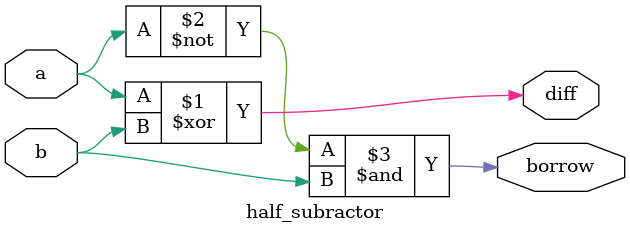
<source format=v>
module half_subractor(input a,b,output diff,borrow);
  
  assign diff = a^b;
  assign borrow = ~a&b;
endmodule

</source>
